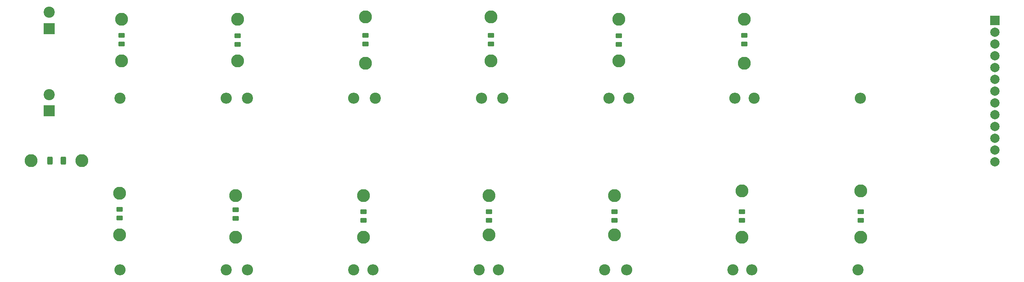
<source format=gbr>
%TF.GenerationSoftware,KiCad,Pcbnew,8.0.4*%
%TF.CreationDate,2024-09-08T23:33:26-07:00*%
%TF.ProjectId,FakePack,46616b65-5061-4636-9b2e-6b696361645f,rev?*%
%TF.SameCoordinates,Original*%
%TF.FileFunction,Soldermask,Top*%
%TF.FilePolarity,Negative*%
%FSLAX46Y46*%
G04 Gerber Fmt 4.6, Leading zero omitted, Abs format (unit mm)*
G04 Created by KiCad (PCBNEW 8.0.4) date 2024-09-08 23:33:26*
%MOMM*%
%LPD*%
G01*
G04 APERTURE LIST*
G04 Aperture macros list*
%AMRoundRect*
0 Rectangle with rounded corners*
0 $1 Rounding radius*
0 $2 $3 $4 $5 $6 $7 $8 $9 X,Y pos of 4 corners*
0 Add a 4 corners polygon primitive as box body*
4,1,4,$2,$3,$4,$5,$6,$7,$8,$9,$2,$3,0*
0 Add four circle primitives for the rounded corners*
1,1,$1+$1,$2,$3*
1,1,$1+$1,$4,$5*
1,1,$1+$1,$6,$7*
1,1,$1+$1,$8,$9*
0 Add four rect primitives between the rounded corners*
20,1,$1+$1,$2,$3,$4,$5,0*
20,1,$1+$1,$4,$5,$6,$7,0*
20,1,$1+$1,$6,$7,$8,$9,0*
20,1,$1+$1,$8,$9,$2,$3,0*%
G04 Aperture macros list end*
%ADD10R,2.400000X2.400000*%
%ADD11C,2.400000*%
%ADD12C,2.800000*%
%ADD13RoundRect,0.250000X0.450000X-0.262500X0.450000X0.262500X-0.450000X0.262500X-0.450000X-0.262500X0*%
%ADD14RoundRect,0.250000X-0.312500X-0.625000X0.312500X-0.625000X0.312500X0.625000X-0.312500X0.625000X0*%
%ADD15O,2.400000X2.400000*%
%ADD16R,2.000000X2.000000*%
%ADD17C,2.000000*%
G04 APERTURE END LIST*
D10*
%TO.C,J3*%
X23900000Y-28500000D03*
D11*
X23900000Y-25000000D03*
%TD*%
D12*
%TO.C,TP3*%
X64500000Y-35500000D03*
%TD*%
D13*
%TO.C,R17*%
X118570000Y-69825000D03*
X118570000Y-68000000D03*
%TD*%
%TO.C,R15*%
X64070000Y-69412500D03*
X64070000Y-67587500D03*
%TD*%
D12*
%TO.C,TP8*%
X119000000Y-26000000D03*
%TD*%
D14*
%TO.C,R13*%
X24075000Y-57000000D03*
X27000000Y-57000000D03*
%TD*%
D12*
%TO.C,TP13*%
X198570000Y-73500000D03*
%TD*%
D11*
%TO.C,R3*%
X94140000Y-43500000D03*
D15*
X117000000Y-43500000D03*
%TD*%
D12*
%TO.C,TP26*%
X39070000Y-64000000D03*
%TD*%
D11*
%TO.C,R2*%
X66640000Y-43500000D03*
D15*
X89500000Y-43500000D03*
%TD*%
D12*
%TO.C,TP4*%
X64500000Y-26500000D03*
%TD*%
%TO.C,TP2*%
X39500000Y-26500000D03*
%TD*%
D11*
%TO.C,R7*%
X198000000Y-80500000D03*
D15*
X175140000Y-80500000D03*
%TD*%
D16*
%TO.C,J4*%
X227500000Y-26800000D03*
D17*
X227500000Y-29340000D03*
X227500000Y-31880000D03*
X227500000Y-34420000D03*
X227500000Y-36960000D03*
X227500000Y-39500000D03*
X227500000Y-42040000D03*
X227500000Y-44580000D03*
X227500000Y-47120000D03*
X227500000Y-49660000D03*
X227500000Y-52200000D03*
X227500000Y-54740000D03*
X227500000Y-57280000D03*
%TD*%
D12*
%TO.C,TP9*%
X146500000Y-35500000D03*
%TD*%
%TO.C,TP23*%
X64070000Y-73500000D03*
%TD*%
%TO.C,TP25*%
X39070000Y-73000000D03*
%TD*%
D13*
%TO.C,R21*%
X173500000Y-31825000D03*
X173500000Y-30000000D03*
%TD*%
%TO.C,R14*%
X39070000Y-69325000D03*
X39070000Y-67500000D03*
%TD*%
D12*
%TO.C,TP15*%
X173070000Y-73500000D03*
%TD*%
%TO.C,TP10*%
X146500000Y-26500000D03*
%TD*%
D13*
%TO.C,R19*%
X173070000Y-69825000D03*
X173070000Y-68000000D03*
%TD*%
%TO.C,R18*%
X145570000Y-69825000D03*
X145570000Y-68000000D03*
%TD*%
D12*
%TO.C,TP6*%
X92000000Y-26000000D03*
%TD*%
%TO.C,TP28*%
X31000000Y-57000000D03*
%TD*%
D13*
%TO.C,R25*%
X64500000Y-31912500D03*
X64500000Y-30087500D03*
%TD*%
%TO.C,R23*%
X119000000Y-31825000D03*
X119000000Y-30000000D03*
%TD*%
%TO.C,R20*%
X198570000Y-69825000D03*
X198570000Y-68000000D03*
%TD*%
D11*
%TO.C,R9*%
X143500000Y-80500000D03*
D15*
X120640000Y-80500000D03*
%TD*%
D12*
%TO.C,TP16*%
X173070000Y-63500000D03*
%TD*%
%TO.C,TP19*%
X118570000Y-73000000D03*
%TD*%
D10*
%TO.C,J3*%
X23900000Y-46250000D03*
D11*
X23900000Y-42750000D03*
%TD*%
D13*
%TO.C,R22*%
X146500000Y-31912500D03*
X146500000Y-30087500D03*
%TD*%
%TO.C,R24*%
X92000000Y-31825000D03*
X92000000Y-30000000D03*
%TD*%
D12*
%TO.C,TP5*%
X92000000Y-36000000D03*
%TD*%
%TO.C,TP24*%
X64070000Y-64500000D03*
%TD*%
D11*
%TO.C,R8*%
X171070000Y-80500000D03*
D15*
X148210000Y-80500000D03*
%TD*%
D12*
%TO.C,TP21*%
X91570000Y-73500000D03*
%TD*%
D11*
%TO.C,R1*%
X39140000Y-43500000D03*
D15*
X62000000Y-43500000D03*
%TD*%
D12*
%TO.C,TP22*%
X91570000Y-64500000D03*
%TD*%
D11*
%TO.C,R12*%
X62000000Y-80500000D03*
D15*
X39140000Y-80500000D03*
%TD*%
D13*
%TO.C,R16*%
X91570000Y-69825000D03*
X91570000Y-68000000D03*
%TD*%
D11*
%TO.C,R4*%
X121570000Y-43500000D03*
D15*
X144430000Y-43500000D03*
%TD*%
D12*
%TO.C,TP27*%
X20000000Y-57000000D03*
%TD*%
%TO.C,TP1*%
X39500000Y-35500000D03*
%TD*%
%TO.C,TP7*%
X119000000Y-35500000D03*
%TD*%
%TO.C,TP18*%
X145570000Y-64500000D03*
%TD*%
%TO.C,TP12*%
X173500000Y-26500000D03*
%TD*%
D11*
%TO.C,R6*%
X175640000Y-43500000D03*
D15*
X198500000Y-43500000D03*
%TD*%
D13*
%TO.C,R26*%
X39500000Y-31825000D03*
X39500000Y-30000000D03*
%TD*%
D11*
%TO.C,R5*%
X148640000Y-43500000D03*
D15*
X171500000Y-43500000D03*
%TD*%
D12*
%TO.C,TP17*%
X145570000Y-73000000D03*
%TD*%
%TO.C,TP11*%
X173500000Y-36000000D03*
%TD*%
%TO.C,TP20*%
X118570000Y-64500000D03*
%TD*%
D11*
%TO.C,R11*%
X89500000Y-80500000D03*
D15*
X66640000Y-80500000D03*
%TD*%
D12*
%TO.C,TP14*%
X198570000Y-63500000D03*
%TD*%
D11*
%TO.C,R10*%
X116500000Y-80500000D03*
D15*
X93640000Y-80500000D03*
%TD*%
M02*

</source>
